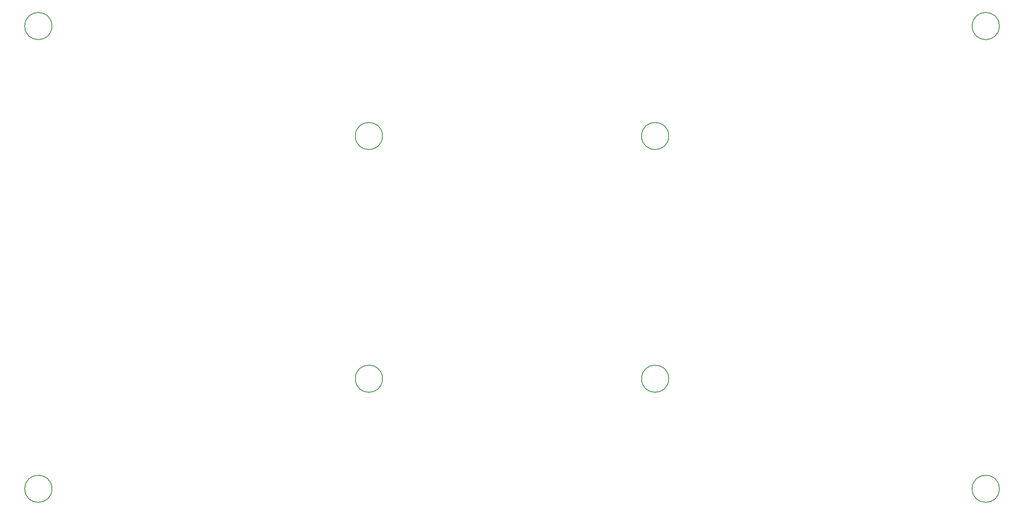
<source format=gbr>
%TF.GenerationSoftware,KiCad,Pcbnew,9.0.6*%
%TF.CreationDate,2025-12-12T05:38:23-05:00*%
%TF.ProjectId,etch_a_sketch,65746368-5f61-45f7-936b-657463682e6b,rev?*%
%TF.SameCoordinates,Original*%
%TF.FileFunction,Other,Comment*%
%FSLAX46Y46*%
G04 Gerber Fmt 4.6, Leading zero omitted, Abs format (unit mm)*
G04 Created by KiCad (PCBNEW 9.0.6) date 2025-12-12 05:38:23*
%MOMM*%
%LPD*%
G01*
G04 APERTURE LIST*
%ADD10C,0.150000*%
G04 APERTURE END LIST*
D10*
%TO.C,H108*%
X248750000Y-146900000D02*
G75*
G02*
X243250000Y-146900000I-2750000J0D01*
G01*
X243250000Y-146900000D02*
G75*
G02*
X248750000Y-146900000I2750000J0D01*
G01*
%TO.C,H106*%
X248750000Y-53100000D02*
G75*
G02*
X243250000Y-53100000I-2750000J0D01*
G01*
X243250000Y-53100000D02*
G75*
G02*
X248750000Y-53100000I2750000J0D01*
G01*
%TO.C,H105*%
X56750000Y-53100000D02*
G75*
G02*
X51250000Y-53100000I-2750000J0D01*
G01*
X51250000Y-53100000D02*
G75*
G02*
X56750000Y-53100000I2750000J0D01*
G01*
%TO.C,H107*%
X56750000Y-146900000D02*
G75*
G02*
X51250000Y-146900000I-2750000J0D01*
G01*
X51250000Y-146900000D02*
G75*
G02*
X56750000Y-146900000I2750000J0D01*
G01*
%TO.C,H104*%
X181755000Y-124585000D02*
G75*
G02*
X176255000Y-124585000I-2750000J0D01*
G01*
X176255000Y-124585000D02*
G75*
G02*
X181755000Y-124585000I2750000J0D01*
G01*
%TO.C,H103*%
X123745000Y-124585000D02*
G75*
G02*
X118245000Y-124585000I-2750000J0D01*
G01*
X118245000Y-124585000D02*
G75*
G02*
X123745000Y-124585000I2750000J0D01*
G01*
%TO.C,H102*%
X181755000Y-75385000D02*
G75*
G02*
X176255000Y-75385000I-2750000J0D01*
G01*
X176255000Y-75385000D02*
G75*
G02*
X181755000Y-75385000I2750000J0D01*
G01*
%TO.C,H101*%
X123745000Y-75385000D02*
G75*
G02*
X118245000Y-75385000I-2750000J0D01*
G01*
X118245000Y-75385000D02*
G75*
G02*
X123745000Y-75385000I2750000J0D01*
G01*
%TD*%
M02*

</source>
